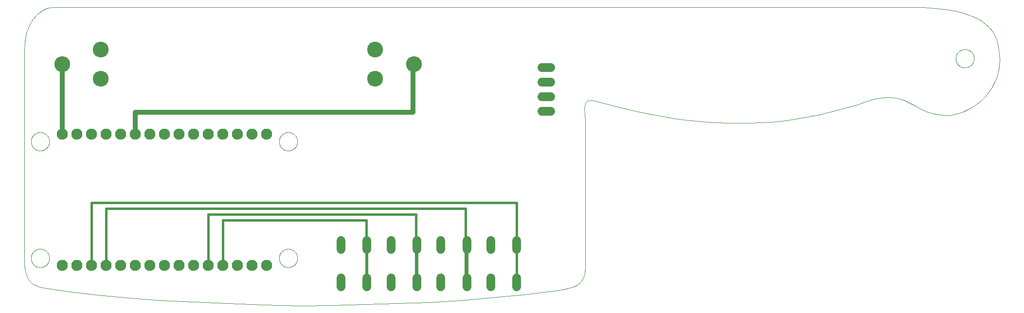
<source format=gtl>
G75*
%MOIN*%
%OFA0B0*%
%FSLAX25Y25*%
%IPPOS*%
%LPD*%
%AMOC8*
5,1,8,0,0,1.08239X$1,22.5*
%
%ADD10C,0.00004*%
%ADD11C,0.00000*%
%ADD12C,0.06000*%
%ADD13C,0.07600*%
%ADD14C,0.10800*%
%ADD15C,0.01600*%
%ADD16C,0.03200*%
D10*
X0011846Y0013466D02*
X0031543Y0010503D01*
X0051860Y0008103D01*
X0072852Y0006185D01*
X0094574Y0004668D01*
X0117080Y0003472D01*
X0140427Y0002516D01*
X0164669Y0001720D01*
X0189861Y0001002D01*
X0212030Y0001298D01*
X0234150Y0001754D01*
X0256205Y0002429D01*
X0278174Y0003386D01*
X0300040Y0004685D01*
X0321784Y0006388D01*
X0343387Y0008557D01*
X0364832Y0011252D01*
X0369506Y0011971D01*
X0373614Y0012818D01*
X0377136Y0013906D01*
X0380047Y0015348D01*
X0382328Y0017258D01*
X0383954Y0019747D01*
X0384906Y0022929D01*
X0385159Y0026918D01*
X0385159Y0129287D01*
X0385099Y0130998D01*
X0384904Y0133242D01*
X0384785Y0135721D01*
X0384951Y0138135D01*
X0385610Y0140186D01*
X0386973Y0141574D01*
X0389248Y0141999D01*
X0392646Y0141164D01*
X0407677Y0137147D01*
X0422037Y0133806D01*
X0435760Y0131108D01*
X0448881Y0129019D01*
X0461435Y0127503D01*
X0473457Y0126528D01*
X0484982Y0126058D01*
X0496044Y0126060D01*
X0506679Y0126499D01*
X0516922Y0127341D01*
X0526807Y0128553D01*
X0536369Y0130098D01*
X0545643Y0131945D01*
X0554664Y0134058D01*
X0563466Y0136403D01*
X0572086Y0138946D01*
X0578498Y0141219D01*
X0584108Y0142735D01*
X0589012Y0143578D01*
X0593307Y0143832D01*
X0597089Y0143583D01*
X0600454Y0142913D01*
X0603500Y0141908D01*
X0606321Y0140653D01*
X0609014Y0139231D01*
X0611676Y0137727D01*
X0614403Y0136226D01*
X0617292Y0134811D01*
X0620438Y0133568D01*
X0623938Y0132580D01*
X0627889Y0131933D01*
X0632386Y0131710D01*
X0635234Y0131704D01*
X0638219Y0132085D01*
X0641296Y0132840D01*
X0644419Y0133952D01*
X0647544Y0135405D01*
X0650626Y0137185D01*
X0653619Y0139275D01*
X0656479Y0141660D01*
X0659161Y0144324D01*
X0661619Y0147253D01*
X0663809Y0150429D01*
X0665686Y0153838D01*
X0667205Y0157464D01*
X0668320Y0161292D01*
X0668987Y0165305D01*
X0669161Y0169489D01*
X0669067Y0173106D01*
X0668728Y0176600D01*
X0668105Y0179958D01*
X0667162Y0183168D01*
X0665859Y0186215D01*
X0664158Y0189089D01*
X0662022Y0191775D01*
X0659413Y0194260D01*
X0656292Y0196533D01*
X0652622Y0198579D01*
X0648364Y0200387D01*
X0643481Y0201944D01*
X0637934Y0203235D01*
X0631685Y0204249D01*
X0624696Y0204973D01*
X0616930Y0205394D01*
X0019959Y0205394D01*
X0016433Y0204726D01*
X0012975Y0203099D01*
X0009716Y0200551D01*
X0006788Y0197124D01*
X0004321Y0192857D01*
X0002447Y0187790D01*
X0001297Y0181964D01*
X0001002Y0175419D01*
X0001002Y0029028D01*
X0001191Y0026999D01*
X0001546Y0024824D01*
X0002150Y0022588D01*
X0003087Y0020375D01*
X0004441Y0018271D01*
X0006297Y0016361D01*
X0008737Y0014731D01*
X0011846Y0013466D01*
D11*
X0005518Y0033510D02*
X0005520Y0033668D01*
X0005526Y0033826D01*
X0005536Y0033984D01*
X0005550Y0034142D01*
X0005568Y0034299D01*
X0005589Y0034456D01*
X0005615Y0034612D01*
X0005645Y0034768D01*
X0005678Y0034923D01*
X0005716Y0035076D01*
X0005757Y0035229D01*
X0005802Y0035381D01*
X0005851Y0035532D01*
X0005904Y0035681D01*
X0005960Y0035829D01*
X0006020Y0035975D01*
X0006084Y0036120D01*
X0006152Y0036263D01*
X0006223Y0036405D01*
X0006297Y0036545D01*
X0006375Y0036682D01*
X0006457Y0036818D01*
X0006541Y0036952D01*
X0006630Y0037083D01*
X0006721Y0037212D01*
X0006816Y0037339D01*
X0006913Y0037464D01*
X0007014Y0037586D01*
X0007118Y0037705D01*
X0007225Y0037822D01*
X0007335Y0037936D01*
X0007448Y0038047D01*
X0007563Y0038156D01*
X0007681Y0038261D01*
X0007802Y0038363D01*
X0007925Y0038463D01*
X0008051Y0038559D01*
X0008179Y0038652D01*
X0008309Y0038742D01*
X0008442Y0038828D01*
X0008577Y0038912D01*
X0008713Y0038991D01*
X0008852Y0039068D01*
X0008993Y0039140D01*
X0009135Y0039210D01*
X0009279Y0039275D01*
X0009425Y0039337D01*
X0009572Y0039395D01*
X0009721Y0039450D01*
X0009871Y0039501D01*
X0010022Y0039548D01*
X0010174Y0039591D01*
X0010327Y0039630D01*
X0010482Y0039666D01*
X0010637Y0039697D01*
X0010793Y0039725D01*
X0010949Y0039749D01*
X0011106Y0039769D01*
X0011264Y0039785D01*
X0011421Y0039797D01*
X0011580Y0039805D01*
X0011738Y0039809D01*
X0011896Y0039809D01*
X0012054Y0039805D01*
X0012213Y0039797D01*
X0012370Y0039785D01*
X0012528Y0039769D01*
X0012685Y0039749D01*
X0012841Y0039725D01*
X0012997Y0039697D01*
X0013152Y0039666D01*
X0013307Y0039630D01*
X0013460Y0039591D01*
X0013612Y0039548D01*
X0013763Y0039501D01*
X0013913Y0039450D01*
X0014062Y0039395D01*
X0014209Y0039337D01*
X0014355Y0039275D01*
X0014499Y0039210D01*
X0014641Y0039140D01*
X0014782Y0039068D01*
X0014921Y0038991D01*
X0015057Y0038912D01*
X0015192Y0038828D01*
X0015325Y0038742D01*
X0015455Y0038652D01*
X0015583Y0038559D01*
X0015709Y0038463D01*
X0015832Y0038363D01*
X0015953Y0038261D01*
X0016071Y0038156D01*
X0016186Y0038047D01*
X0016299Y0037936D01*
X0016409Y0037822D01*
X0016516Y0037705D01*
X0016620Y0037586D01*
X0016721Y0037464D01*
X0016818Y0037339D01*
X0016913Y0037212D01*
X0017004Y0037083D01*
X0017093Y0036952D01*
X0017177Y0036818D01*
X0017259Y0036682D01*
X0017337Y0036545D01*
X0017411Y0036405D01*
X0017482Y0036263D01*
X0017550Y0036120D01*
X0017614Y0035975D01*
X0017674Y0035829D01*
X0017730Y0035681D01*
X0017783Y0035532D01*
X0017832Y0035381D01*
X0017877Y0035229D01*
X0017918Y0035076D01*
X0017956Y0034923D01*
X0017989Y0034768D01*
X0018019Y0034612D01*
X0018045Y0034456D01*
X0018066Y0034299D01*
X0018084Y0034142D01*
X0018098Y0033984D01*
X0018108Y0033826D01*
X0018114Y0033668D01*
X0018116Y0033510D01*
X0018114Y0033352D01*
X0018108Y0033194D01*
X0018098Y0033036D01*
X0018084Y0032878D01*
X0018066Y0032721D01*
X0018045Y0032564D01*
X0018019Y0032408D01*
X0017989Y0032252D01*
X0017956Y0032097D01*
X0017918Y0031944D01*
X0017877Y0031791D01*
X0017832Y0031639D01*
X0017783Y0031488D01*
X0017730Y0031339D01*
X0017674Y0031191D01*
X0017614Y0031045D01*
X0017550Y0030900D01*
X0017482Y0030757D01*
X0017411Y0030615D01*
X0017337Y0030475D01*
X0017259Y0030338D01*
X0017177Y0030202D01*
X0017093Y0030068D01*
X0017004Y0029937D01*
X0016913Y0029808D01*
X0016818Y0029681D01*
X0016721Y0029556D01*
X0016620Y0029434D01*
X0016516Y0029315D01*
X0016409Y0029198D01*
X0016299Y0029084D01*
X0016186Y0028973D01*
X0016071Y0028864D01*
X0015953Y0028759D01*
X0015832Y0028657D01*
X0015709Y0028557D01*
X0015583Y0028461D01*
X0015455Y0028368D01*
X0015325Y0028278D01*
X0015192Y0028192D01*
X0015057Y0028108D01*
X0014921Y0028029D01*
X0014782Y0027952D01*
X0014641Y0027880D01*
X0014499Y0027810D01*
X0014355Y0027745D01*
X0014209Y0027683D01*
X0014062Y0027625D01*
X0013913Y0027570D01*
X0013763Y0027519D01*
X0013612Y0027472D01*
X0013460Y0027429D01*
X0013307Y0027390D01*
X0013152Y0027354D01*
X0012997Y0027323D01*
X0012841Y0027295D01*
X0012685Y0027271D01*
X0012528Y0027251D01*
X0012370Y0027235D01*
X0012213Y0027223D01*
X0012054Y0027215D01*
X0011896Y0027211D01*
X0011738Y0027211D01*
X0011580Y0027215D01*
X0011421Y0027223D01*
X0011264Y0027235D01*
X0011106Y0027251D01*
X0010949Y0027271D01*
X0010793Y0027295D01*
X0010637Y0027323D01*
X0010482Y0027354D01*
X0010327Y0027390D01*
X0010174Y0027429D01*
X0010022Y0027472D01*
X0009871Y0027519D01*
X0009721Y0027570D01*
X0009572Y0027625D01*
X0009425Y0027683D01*
X0009279Y0027745D01*
X0009135Y0027810D01*
X0008993Y0027880D01*
X0008852Y0027952D01*
X0008713Y0028029D01*
X0008577Y0028108D01*
X0008442Y0028192D01*
X0008309Y0028278D01*
X0008179Y0028368D01*
X0008051Y0028461D01*
X0007925Y0028557D01*
X0007802Y0028657D01*
X0007681Y0028759D01*
X0007563Y0028864D01*
X0007448Y0028973D01*
X0007335Y0029084D01*
X0007225Y0029198D01*
X0007118Y0029315D01*
X0007014Y0029434D01*
X0006913Y0029556D01*
X0006816Y0029681D01*
X0006721Y0029808D01*
X0006630Y0029937D01*
X0006541Y0030068D01*
X0006457Y0030202D01*
X0006375Y0030338D01*
X0006297Y0030475D01*
X0006223Y0030615D01*
X0006152Y0030757D01*
X0006084Y0030900D01*
X0006020Y0031045D01*
X0005960Y0031191D01*
X0005904Y0031339D01*
X0005851Y0031488D01*
X0005802Y0031639D01*
X0005757Y0031791D01*
X0005716Y0031944D01*
X0005678Y0032097D01*
X0005645Y0032252D01*
X0005615Y0032408D01*
X0005589Y0032564D01*
X0005568Y0032721D01*
X0005550Y0032878D01*
X0005536Y0033036D01*
X0005526Y0033194D01*
X0005520Y0033352D01*
X0005518Y0033510D01*
X0175518Y0033510D02*
X0175520Y0033668D01*
X0175526Y0033826D01*
X0175536Y0033984D01*
X0175550Y0034142D01*
X0175568Y0034299D01*
X0175589Y0034456D01*
X0175615Y0034612D01*
X0175645Y0034768D01*
X0175678Y0034923D01*
X0175716Y0035076D01*
X0175757Y0035229D01*
X0175802Y0035381D01*
X0175851Y0035532D01*
X0175904Y0035681D01*
X0175960Y0035829D01*
X0176020Y0035975D01*
X0176084Y0036120D01*
X0176152Y0036263D01*
X0176223Y0036405D01*
X0176297Y0036545D01*
X0176375Y0036682D01*
X0176457Y0036818D01*
X0176541Y0036952D01*
X0176630Y0037083D01*
X0176721Y0037212D01*
X0176816Y0037339D01*
X0176913Y0037464D01*
X0177014Y0037586D01*
X0177118Y0037705D01*
X0177225Y0037822D01*
X0177335Y0037936D01*
X0177448Y0038047D01*
X0177563Y0038156D01*
X0177681Y0038261D01*
X0177802Y0038363D01*
X0177925Y0038463D01*
X0178051Y0038559D01*
X0178179Y0038652D01*
X0178309Y0038742D01*
X0178442Y0038828D01*
X0178577Y0038912D01*
X0178713Y0038991D01*
X0178852Y0039068D01*
X0178993Y0039140D01*
X0179135Y0039210D01*
X0179279Y0039275D01*
X0179425Y0039337D01*
X0179572Y0039395D01*
X0179721Y0039450D01*
X0179871Y0039501D01*
X0180022Y0039548D01*
X0180174Y0039591D01*
X0180327Y0039630D01*
X0180482Y0039666D01*
X0180637Y0039697D01*
X0180793Y0039725D01*
X0180949Y0039749D01*
X0181106Y0039769D01*
X0181264Y0039785D01*
X0181421Y0039797D01*
X0181580Y0039805D01*
X0181738Y0039809D01*
X0181896Y0039809D01*
X0182054Y0039805D01*
X0182213Y0039797D01*
X0182370Y0039785D01*
X0182528Y0039769D01*
X0182685Y0039749D01*
X0182841Y0039725D01*
X0182997Y0039697D01*
X0183152Y0039666D01*
X0183307Y0039630D01*
X0183460Y0039591D01*
X0183612Y0039548D01*
X0183763Y0039501D01*
X0183913Y0039450D01*
X0184062Y0039395D01*
X0184209Y0039337D01*
X0184355Y0039275D01*
X0184499Y0039210D01*
X0184641Y0039140D01*
X0184782Y0039068D01*
X0184921Y0038991D01*
X0185057Y0038912D01*
X0185192Y0038828D01*
X0185325Y0038742D01*
X0185455Y0038652D01*
X0185583Y0038559D01*
X0185709Y0038463D01*
X0185832Y0038363D01*
X0185953Y0038261D01*
X0186071Y0038156D01*
X0186186Y0038047D01*
X0186299Y0037936D01*
X0186409Y0037822D01*
X0186516Y0037705D01*
X0186620Y0037586D01*
X0186721Y0037464D01*
X0186818Y0037339D01*
X0186913Y0037212D01*
X0187004Y0037083D01*
X0187093Y0036952D01*
X0187177Y0036818D01*
X0187259Y0036682D01*
X0187337Y0036545D01*
X0187411Y0036405D01*
X0187482Y0036263D01*
X0187550Y0036120D01*
X0187614Y0035975D01*
X0187674Y0035829D01*
X0187730Y0035681D01*
X0187783Y0035532D01*
X0187832Y0035381D01*
X0187877Y0035229D01*
X0187918Y0035076D01*
X0187956Y0034923D01*
X0187989Y0034768D01*
X0188019Y0034612D01*
X0188045Y0034456D01*
X0188066Y0034299D01*
X0188084Y0034142D01*
X0188098Y0033984D01*
X0188108Y0033826D01*
X0188114Y0033668D01*
X0188116Y0033510D01*
X0188114Y0033352D01*
X0188108Y0033194D01*
X0188098Y0033036D01*
X0188084Y0032878D01*
X0188066Y0032721D01*
X0188045Y0032564D01*
X0188019Y0032408D01*
X0187989Y0032252D01*
X0187956Y0032097D01*
X0187918Y0031944D01*
X0187877Y0031791D01*
X0187832Y0031639D01*
X0187783Y0031488D01*
X0187730Y0031339D01*
X0187674Y0031191D01*
X0187614Y0031045D01*
X0187550Y0030900D01*
X0187482Y0030757D01*
X0187411Y0030615D01*
X0187337Y0030475D01*
X0187259Y0030338D01*
X0187177Y0030202D01*
X0187093Y0030068D01*
X0187004Y0029937D01*
X0186913Y0029808D01*
X0186818Y0029681D01*
X0186721Y0029556D01*
X0186620Y0029434D01*
X0186516Y0029315D01*
X0186409Y0029198D01*
X0186299Y0029084D01*
X0186186Y0028973D01*
X0186071Y0028864D01*
X0185953Y0028759D01*
X0185832Y0028657D01*
X0185709Y0028557D01*
X0185583Y0028461D01*
X0185455Y0028368D01*
X0185325Y0028278D01*
X0185192Y0028192D01*
X0185057Y0028108D01*
X0184921Y0028029D01*
X0184782Y0027952D01*
X0184641Y0027880D01*
X0184499Y0027810D01*
X0184355Y0027745D01*
X0184209Y0027683D01*
X0184062Y0027625D01*
X0183913Y0027570D01*
X0183763Y0027519D01*
X0183612Y0027472D01*
X0183460Y0027429D01*
X0183307Y0027390D01*
X0183152Y0027354D01*
X0182997Y0027323D01*
X0182841Y0027295D01*
X0182685Y0027271D01*
X0182528Y0027251D01*
X0182370Y0027235D01*
X0182213Y0027223D01*
X0182054Y0027215D01*
X0181896Y0027211D01*
X0181738Y0027211D01*
X0181580Y0027215D01*
X0181421Y0027223D01*
X0181264Y0027235D01*
X0181106Y0027251D01*
X0180949Y0027271D01*
X0180793Y0027295D01*
X0180637Y0027323D01*
X0180482Y0027354D01*
X0180327Y0027390D01*
X0180174Y0027429D01*
X0180022Y0027472D01*
X0179871Y0027519D01*
X0179721Y0027570D01*
X0179572Y0027625D01*
X0179425Y0027683D01*
X0179279Y0027745D01*
X0179135Y0027810D01*
X0178993Y0027880D01*
X0178852Y0027952D01*
X0178713Y0028029D01*
X0178577Y0028108D01*
X0178442Y0028192D01*
X0178309Y0028278D01*
X0178179Y0028368D01*
X0178051Y0028461D01*
X0177925Y0028557D01*
X0177802Y0028657D01*
X0177681Y0028759D01*
X0177563Y0028864D01*
X0177448Y0028973D01*
X0177335Y0029084D01*
X0177225Y0029198D01*
X0177118Y0029315D01*
X0177014Y0029434D01*
X0176913Y0029556D01*
X0176816Y0029681D01*
X0176721Y0029808D01*
X0176630Y0029937D01*
X0176541Y0030068D01*
X0176457Y0030202D01*
X0176375Y0030338D01*
X0176297Y0030475D01*
X0176223Y0030615D01*
X0176152Y0030757D01*
X0176084Y0030900D01*
X0176020Y0031045D01*
X0175960Y0031191D01*
X0175904Y0031339D01*
X0175851Y0031488D01*
X0175802Y0031639D01*
X0175757Y0031791D01*
X0175716Y0031944D01*
X0175678Y0032097D01*
X0175645Y0032252D01*
X0175615Y0032408D01*
X0175589Y0032564D01*
X0175568Y0032721D01*
X0175550Y0032878D01*
X0175536Y0033036D01*
X0175526Y0033194D01*
X0175520Y0033352D01*
X0175518Y0033510D01*
X0175518Y0113510D02*
X0175520Y0113668D01*
X0175526Y0113826D01*
X0175536Y0113984D01*
X0175550Y0114142D01*
X0175568Y0114299D01*
X0175589Y0114456D01*
X0175615Y0114612D01*
X0175645Y0114768D01*
X0175678Y0114923D01*
X0175716Y0115076D01*
X0175757Y0115229D01*
X0175802Y0115381D01*
X0175851Y0115532D01*
X0175904Y0115681D01*
X0175960Y0115829D01*
X0176020Y0115975D01*
X0176084Y0116120D01*
X0176152Y0116263D01*
X0176223Y0116405D01*
X0176297Y0116545D01*
X0176375Y0116682D01*
X0176457Y0116818D01*
X0176541Y0116952D01*
X0176630Y0117083D01*
X0176721Y0117212D01*
X0176816Y0117339D01*
X0176913Y0117464D01*
X0177014Y0117586D01*
X0177118Y0117705D01*
X0177225Y0117822D01*
X0177335Y0117936D01*
X0177448Y0118047D01*
X0177563Y0118156D01*
X0177681Y0118261D01*
X0177802Y0118363D01*
X0177925Y0118463D01*
X0178051Y0118559D01*
X0178179Y0118652D01*
X0178309Y0118742D01*
X0178442Y0118828D01*
X0178577Y0118912D01*
X0178713Y0118991D01*
X0178852Y0119068D01*
X0178993Y0119140D01*
X0179135Y0119210D01*
X0179279Y0119275D01*
X0179425Y0119337D01*
X0179572Y0119395D01*
X0179721Y0119450D01*
X0179871Y0119501D01*
X0180022Y0119548D01*
X0180174Y0119591D01*
X0180327Y0119630D01*
X0180482Y0119666D01*
X0180637Y0119697D01*
X0180793Y0119725D01*
X0180949Y0119749D01*
X0181106Y0119769D01*
X0181264Y0119785D01*
X0181421Y0119797D01*
X0181580Y0119805D01*
X0181738Y0119809D01*
X0181896Y0119809D01*
X0182054Y0119805D01*
X0182213Y0119797D01*
X0182370Y0119785D01*
X0182528Y0119769D01*
X0182685Y0119749D01*
X0182841Y0119725D01*
X0182997Y0119697D01*
X0183152Y0119666D01*
X0183307Y0119630D01*
X0183460Y0119591D01*
X0183612Y0119548D01*
X0183763Y0119501D01*
X0183913Y0119450D01*
X0184062Y0119395D01*
X0184209Y0119337D01*
X0184355Y0119275D01*
X0184499Y0119210D01*
X0184641Y0119140D01*
X0184782Y0119068D01*
X0184921Y0118991D01*
X0185057Y0118912D01*
X0185192Y0118828D01*
X0185325Y0118742D01*
X0185455Y0118652D01*
X0185583Y0118559D01*
X0185709Y0118463D01*
X0185832Y0118363D01*
X0185953Y0118261D01*
X0186071Y0118156D01*
X0186186Y0118047D01*
X0186299Y0117936D01*
X0186409Y0117822D01*
X0186516Y0117705D01*
X0186620Y0117586D01*
X0186721Y0117464D01*
X0186818Y0117339D01*
X0186913Y0117212D01*
X0187004Y0117083D01*
X0187093Y0116952D01*
X0187177Y0116818D01*
X0187259Y0116682D01*
X0187337Y0116545D01*
X0187411Y0116405D01*
X0187482Y0116263D01*
X0187550Y0116120D01*
X0187614Y0115975D01*
X0187674Y0115829D01*
X0187730Y0115681D01*
X0187783Y0115532D01*
X0187832Y0115381D01*
X0187877Y0115229D01*
X0187918Y0115076D01*
X0187956Y0114923D01*
X0187989Y0114768D01*
X0188019Y0114612D01*
X0188045Y0114456D01*
X0188066Y0114299D01*
X0188084Y0114142D01*
X0188098Y0113984D01*
X0188108Y0113826D01*
X0188114Y0113668D01*
X0188116Y0113510D01*
X0188114Y0113352D01*
X0188108Y0113194D01*
X0188098Y0113036D01*
X0188084Y0112878D01*
X0188066Y0112721D01*
X0188045Y0112564D01*
X0188019Y0112408D01*
X0187989Y0112252D01*
X0187956Y0112097D01*
X0187918Y0111944D01*
X0187877Y0111791D01*
X0187832Y0111639D01*
X0187783Y0111488D01*
X0187730Y0111339D01*
X0187674Y0111191D01*
X0187614Y0111045D01*
X0187550Y0110900D01*
X0187482Y0110757D01*
X0187411Y0110615D01*
X0187337Y0110475D01*
X0187259Y0110338D01*
X0187177Y0110202D01*
X0187093Y0110068D01*
X0187004Y0109937D01*
X0186913Y0109808D01*
X0186818Y0109681D01*
X0186721Y0109556D01*
X0186620Y0109434D01*
X0186516Y0109315D01*
X0186409Y0109198D01*
X0186299Y0109084D01*
X0186186Y0108973D01*
X0186071Y0108864D01*
X0185953Y0108759D01*
X0185832Y0108657D01*
X0185709Y0108557D01*
X0185583Y0108461D01*
X0185455Y0108368D01*
X0185325Y0108278D01*
X0185192Y0108192D01*
X0185057Y0108108D01*
X0184921Y0108029D01*
X0184782Y0107952D01*
X0184641Y0107880D01*
X0184499Y0107810D01*
X0184355Y0107745D01*
X0184209Y0107683D01*
X0184062Y0107625D01*
X0183913Y0107570D01*
X0183763Y0107519D01*
X0183612Y0107472D01*
X0183460Y0107429D01*
X0183307Y0107390D01*
X0183152Y0107354D01*
X0182997Y0107323D01*
X0182841Y0107295D01*
X0182685Y0107271D01*
X0182528Y0107251D01*
X0182370Y0107235D01*
X0182213Y0107223D01*
X0182054Y0107215D01*
X0181896Y0107211D01*
X0181738Y0107211D01*
X0181580Y0107215D01*
X0181421Y0107223D01*
X0181264Y0107235D01*
X0181106Y0107251D01*
X0180949Y0107271D01*
X0180793Y0107295D01*
X0180637Y0107323D01*
X0180482Y0107354D01*
X0180327Y0107390D01*
X0180174Y0107429D01*
X0180022Y0107472D01*
X0179871Y0107519D01*
X0179721Y0107570D01*
X0179572Y0107625D01*
X0179425Y0107683D01*
X0179279Y0107745D01*
X0179135Y0107810D01*
X0178993Y0107880D01*
X0178852Y0107952D01*
X0178713Y0108029D01*
X0178577Y0108108D01*
X0178442Y0108192D01*
X0178309Y0108278D01*
X0178179Y0108368D01*
X0178051Y0108461D01*
X0177925Y0108557D01*
X0177802Y0108657D01*
X0177681Y0108759D01*
X0177563Y0108864D01*
X0177448Y0108973D01*
X0177335Y0109084D01*
X0177225Y0109198D01*
X0177118Y0109315D01*
X0177014Y0109434D01*
X0176913Y0109556D01*
X0176816Y0109681D01*
X0176721Y0109808D01*
X0176630Y0109937D01*
X0176541Y0110068D01*
X0176457Y0110202D01*
X0176375Y0110338D01*
X0176297Y0110475D01*
X0176223Y0110615D01*
X0176152Y0110757D01*
X0176084Y0110900D01*
X0176020Y0111045D01*
X0175960Y0111191D01*
X0175904Y0111339D01*
X0175851Y0111488D01*
X0175802Y0111639D01*
X0175757Y0111791D01*
X0175716Y0111944D01*
X0175678Y0112097D01*
X0175645Y0112252D01*
X0175615Y0112408D01*
X0175589Y0112564D01*
X0175568Y0112721D01*
X0175550Y0112878D01*
X0175536Y0113036D01*
X0175526Y0113194D01*
X0175520Y0113352D01*
X0175518Y0113510D01*
X0005518Y0113510D02*
X0005520Y0113668D01*
X0005526Y0113826D01*
X0005536Y0113984D01*
X0005550Y0114142D01*
X0005568Y0114299D01*
X0005589Y0114456D01*
X0005615Y0114612D01*
X0005645Y0114768D01*
X0005678Y0114923D01*
X0005716Y0115076D01*
X0005757Y0115229D01*
X0005802Y0115381D01*
X0005851Y0115532D01*
X0005904Y0115681D01*
X0005960Y0115829D01*
X0006020Y0115975D01*
X0006084Y0116120D01*
X0006152Y0116263D01*
X0006223Y0116405D01*
X0006297Y0116545D01*
X0006375Y0116682D01*
X0006457Y0116818D01*
X0006541Y0116952D01*
X0006630Y0117083D01*
X0006721Y0117212D01*
X0006816Y0117339D01*
X0006913Y0117464D01*
X0007014Y0117586D01*
X0007118Y0117705D01*
X0007225Y0117822D01*
X0007335Y0117936D01*
X0007448Y0118047D01*
X0007563Y0118156D01*
X0007681Y0118261D01*
X0007802Y0118363D01*
X0007925Y0118463D01*
X0008051Y0118559D01*
X0008179Y0118652D01*
X0008309Y0118742D01*
X0008442Y0118828D01*
X0008577Y0118912D01*
X0008713Y0118991D01*
X0008852Y0119068D01*
X0008993Y0119140D01*
X0009135Y0119210D01*
X0009279Y0119275D01*
X0009425Y0119337D01*
X0009572Y0119395D01*
X0009721Y0119450D01*
X0009871Y0119501D01*
X0010022Y0119548D01*
X0010174Y0119591D01*
X0010327Y0119630D01*
X0010482Y0119666D01*
X0010637Y0119697D01*
X0010793Y0119725D01*
X0010949Y0119749D01*
X0011106Y0119769D01*
X0011264Y0119785D01*
X0011421Y0119797D01*
X0011580Y0119805D01*
X0011738Y0119809D01*
X0011896Y0119809D01*
X0012054Y0119805D01*
X0012213Y0119797D01*
X0012370Y0119785D01*
X0012528Y0119769D01*
X0012685Y0119749D01*
X0012841Y0119725D01*
X0012997Y0119697D01*
X0013152Y0119666D01*
X0013307Y0119630D01*
X0013460Y0119591D01*
X0013612Y0119548D01*
X0013763Y0119501D01*
X0013913Y0119450D01*
X0014062Y0119395D01*
X0014209Y0119337D01*
X0014355Y0119275D01*
X0014499Y0119210D01*
X0014641Y0119140D01*
X0014782Y0119068D01*
X0014921Y0118991D01*
X0015057Y0118912D01*
X0015192Y0118828D01*
X0015325Y0118742D01*
X0015455Y0118652D01*
X0015583Y0118559D01*
X0015709Y0118463D01*
X0015832Y0118363D01*
X0015953Y0118261D01*
X0016071Y0118156D01*
X0016186Y0118047D01*
X0016299Y0117936D01*
X0016409Y0117822D01*
X0016516Y0117705D01*
X0016620Y0117586D01*
X0016721Y0117464D01*
X0016818Y0117339D01*
X0016913Y0117212D01*
X0017004Y0117083D01*
X0017093Y0116952D01*
X0017177Y0116818D01*
X0017259Y0116682D01*
X0017337Y0116545D01*
X0017411Y0116405D01*
X0017482Y0116263D01*
X0017550Y0116120D01*
X0017614Y0115975D01*
X0017674Y0115829D01*
X0017730Y0115681D01*
X0017783Y0115532D01*
X0017832Y0115381D01*
X0017877Y0115229D01*
X0017918Y0115076D01*
X0017956Y0114923D01*
X0017989Y0114768D01*
X0018019Y0114612D01*
X0018045Y0114456D01*
X0018066Y0114299D01*
X0018084Y0114142D01*
X0018098Y0113984D01*
X0018108Y0113826D01*
X0018114Y0113668D01*
X0018116Y0113510D01*
X0018114Y0113352D01*
X0018108Y0113194D01*
X0018098Y0113036D01*
X0018084Y0112878D01*
X0018066Y0112721D01*
X0018045Y0112564D01*
X0018019Y0112408D01*
X0017989Y0112252D01*
X0017956Y0112097D01*
X0017918Y0111944D01*
X0017877Y0111791D01*
X0017832Y0111639D01*
X0017783Y0111488D01*
X0017730Y0111339D01*
X0017674Y0111191D01*
X0017614Y0111045D01*
X0017550Y0110900D01*
X0017482Y0110757D01*
X0017411Y0110615D01*
X0017337Y0110475D01*
X0017259Y0110338D01*
X0017177Y0110202D01*
X0017093Y0110068D01*
X0017004Y0109937D01*
X0016913Y0109808D01*
X0016818Y0109681D01*
X0016721Y0109556D01*
X0016620Y0109434D01*
X0016516Y0109315D01*
X0016409Y0109198D01*
X0016299Y0109084D01*
X0016186Y0108973D01*
X0016071Y0108864D01*
X0015953Y0108759D01*
X0015832Y0108657D01*
X0015709Y0108557D01*
X0015583Y0108461D01*
X0015455Y0108368D01*
X0015325Y0108278D01*
X0015192Y0108192D01*
X0015057Y0108108D01*
X0014921Y0108029D01*
X0014782Y0107952D01*
X0014641Y0107880D01*
X0014499Y0107810D01*
X0014355Y0107745D01*
X0014209Y0107683D01*
X0014062Y0107625D01*
X0013913Y0107570D01*
X0013763Y0107519D01*
X0013612Y0107472D01*
X0013460Y0107429D01*
X0013307Y0107390D01*
X0013152Y0107354D01*
X0012997Y0107323D01*
X0012841Y0107295D01*
X0012685Y0107271D01*
X0012528Y0107251D01*
X0012370Y0107235D01*
X0012213Y0107223D01*
X0012054Y0107215D01*
X0011896Y0107211D01*
X0011738Y0107211D01*
X0011580Y0107215D01*
X0011421Y0107223D01*
X0011264Y0107235D01*
X0011106Y0107251D01*
X0010949Y0107271D01*
X0010793Y0107295D01*
X0010637Y0107323D01*
X0010482Y0107354D01*
X0010327Y0107390D01*
X0010174Y0107429D01*
X0010022Y0107472D01*
X0009871Y0107519D01*
X0009721Y0107570D01*
X0009572Y0107625D01*
X0009425Y0107683D01*
X0009279Y0107745D01*
X0009135Y0107810D01*
X0008993Y0107880D01*
X0008852Y0107952D01*
X0008713Y0108029D01*
X0008577Y0108108D01*
X0008442Y0108192D01*
X0008309Y0108278D01*
X0008179Y0108368D01*
X0008051Y0108461D01*
X0007925Y0108557D01*
X0007802Y0108657D01*
X0007681Y0108759D01*
X0007563Y0108864D01*
X0007448Y0108973D01*
X0007335Y0109084D01*
X0007225Y0109198D01*
X0007118Y0109315D01*
X0007014Y0109434D01*
X0006913Y0109556D01*
X0006816Y0109681D01*
X0006721Y0109808D01*
X0006630Y0109937D01*
X0006541Y0110068D01*
X0006457Y0110202D01*
X0006375Y0110338D01*
X0006297Y0110475D01*
X0006223Y0110615D01*
X0006152Y0110757D01*
X0006084Y0110900D01*
X0006020Y0111045D01*
X0005960Y0111191D01*
X0005904Y0111339D01*
X0005851Y0111488D01*
X0005802Y0111639D01*
X0005757Y0111791D01*
X0005716Y0111944D01*
X0005678Y0112097D01*
X0005645Y0112252D01*
X0005615Y0112408D01*
X0005589Y0112564D01*
X0005568Y0112721D01*
X0005550Y0112878D01*
X0005536Y0113036D01*
X0005526Y0113194D01*
X0005520Y0113352D01*
X0005518Y0113510D01*
X0639132Y0170447D02*
X0639134Y0170605D01*
X0639140Y0170763D01*
X0639150Y0170921D01*
X0639164Y0171079D01*
X0639182Y0171236D01*
X0639203Y0171393D01*
X0639229Y0171549D01*
X0639259Y0171705D01*
X0639292Y0171860D01*
X0639330Y0172013D01*
X0639371Y0172166D01*
X0639416Y0172318D01*
X0639465Y0172469D01*
X0639518Y0172618D01*
X0639574Y0172766D01*
X0639634Y0172912D01*
X0639698Y0173057D01*
X0639766Y0173200D01*
X0639837Y0173342D01*
X0639911Y0173482D01*
X0639989Y0173619D01*
X0640071Y0173755D01*
X0640155Y0173889D01*
X0640244Y0174020D01*
X0640335Y0174149D01*
X0640430Y0174276D01*
X0640527Y0174401D01*
X0640628Y0174523D01*
X0640732Y0174642D01*
X0640839Y0174759D01*
X0640949Y0174873D01*
X0641062Y0174984D01*
X0641177Y0175093D01*
X0641295Y0175198D01*
X0641416Y0175300D01*
X0641539Y0175400D01*
X0641665Y0175496D01*
X0641793Y0175589D01*
X0641923Y0175679D01*
X0642056Y0175765D01*
X0642191Y0175849D01*
X0642327Y0175928D01*
X0642466Y0176005D01*
X0642607Y0176077D01*
X0642749Y0176147D01*
X0642893Y0176212D01*
X0643039Y0176274D01*
X0643186Y0176332D01*
X0643335Y0176387D01*
X0643485Y0176438D01*
X0643636Y0176485D01*
X0643788Y0176528D01*
X0643941Y0176567D01*
X0644096Y0176603D01*
X0644251Y0176634D01*
X0644407Y0176662D01*
X0644563Y0176686D01*
X0644720Y0176706D01*
X0644878Y0176722D01*
X0645035Y0176734D01*
X0645194Y0176742D01*
X0645352Y0176746D01*
X0645510Y0176746D01*
X0645668Y0176742D01*
X0645827Y0176734D01*
X0645984Y0176722D01*
X0646142Y0176706D01*
X0646299Y0176686D01*
X0646455Y0176662D01*
X0646611Y0176634D01*
X0646766Y0176603D01*
X0646921Y0176567D01*
X0647074Y0176528D01*
X0647226Y0176485D01*
X0647377Y0176438D01*
X0647527Y0176387D01*
X0647676Y0176332D01*
X0647823Y0176274D01*
X0647969Y0176212D01*
X0648113Y0176147D01*
X0648255Y0176077D01*
X0648396Y0176005D01*
X0648535Y0175928D01*
X0648671Y0175849D01*
X0648806Y0175765D01*
X0648939Y0175679D01*
X0649069Y0175589D01*
X0649197Y0175496D01*
X0649323Y0175400D01*
X0649446Y0175300D01*
X0649567Y0175198D01*
X0649685Y0175093D01*
X0649800Y0174984D01*
X0649913Y0174873D01*
X0650023Y0174759D01*
X0650130Y0174642D01*
X0650234Y0174523D01*
X0650335Y0174401D01*
X0650432Y0174276D01*
X0650527Y0174149D01*
X0650618Y0174020D01*
X0650707Y0173889D01*
X0650791Y0173755D01*
X0650873Y0173619D01*
X0650951Y0173482D01*
X0651025Y0173342D01*
X0651096Y0173200D01*
X0651164Y0173057D01*
X0651228Y0172912D01*
X0651288Y0172766D01*
X0651344Y0172618D01*
X0651397Y0172469D01*
X0651446Y0172318D01*
X0651491Y0172166D01*
X0651532Y0172013D01*
X0651570Y0171860D01*
X0651603Y0171705D01*
X0651633Y0171549D01*
X0651659Y0171393D01*
X0651680Y0171236D01*
X0651698Y0171079D01*
X0651712Y0170921D01*
X0651722Y0170763D01*
X0651728Y0170605D01*
X0651730Y0170447D01*
X0651728Y0170289D01*
X0651722Y0170131D01*
X0651712Y0169973D01*
X0651698Y0169815D01*
X0651680Y0169658D01*
X0651659Y0169501D01*
X0651633Y0169345D01*
X0651603Y0169189D01*
X0651570Y0169034D01*
X0651532Y0168881D01*
X0651491Y0168728D01*
X0651446Y0168576D01*
X0651397Y0168425D01*
X0651344Y0168276D01*
X0651288Y0168128D01*
X0651228Y0167982D01*
X0651164Y0167837D01*
X0651096Y0167694D01*
X0651025Y0167552D01*
X0650951Y0167412D01*
X0650873Y0167275D01*
X0650791Y0167139D01*
X0650707Y0167005D01*
X0650618Y0166874D01*
X0650527Y0166745D01*
X0650432Y0166618D01*
X0650335Y0166493D01*
X0650234Y0166371D01*
X0650130Y0166252D01*
X0650023Y0166135D01*
X0649913Y0166021D01*
X0649800Y0165910D01*
X0649685Y0165801D01*
X0649567Y0165696D01*
X0649446Y0165594D01*
X0649323Y0165494D01*
X0649197Y0165398D01*
X0649069Y0165305D01*
X0648939Y0165215D01*
X0648806Y0165129D01*
X0648671Y0165045D01*
X0648535Y0164966D01*
X0648396Y0164889D01*
X0648255Y0164817D01*
X0648113Y0164747D01*
X0647969Y0164682D01*
X0647823Y0164620D01*
X0647676Y0164562D01*
X0647527Y0164507D01*
X0647377Y0164456D01*
X0647226Y0164409D01*
X0647074Y0164366D01*
X0646921Y0164327D01*
X0646766Y0164291D01*
X0646611Y0164260D01*
X0646455Y0164232D01*
X0646299Y0164208D01*
X0646142Y0164188D01*
X0645984Y0164172D01*
X0645827Y0164160D01*
X0645668Y0164152D01*
X0645510Y0164148D01*
X0645352Y0164148D01*
X0645194Y0164152D01*
X0645035Y0164160D01*
X0644878Y0164172D01*
X0644720Y0164188D01*
X0644563Y0164208D01*
X0644407Y0164232D01*
X0644251Y0164260D01*
X0644096Y0164291D01*
X0643941Y0164327D01*
X0643788Y0164366D01*
X0643636Y0164409D01*
X0643485Y0164456D01*
X0643335Y0164507D01*
X0643186Y0164562D01*
X0643039Y0164620D01*
X0642893Y0164682D01*
X0642749Y0164747D01*
X0642607Y0164817D01*
X0642466Y0164889D01*
X0642327Y0164966D01*
X0642191Y0165045D01*
X0642056Y0165129D01*
X0641923Y0165215D01*
X0641793Y0165305D01*
X0641665Y0165398D01*
X0641539Y0165494D01*
X0641416Y0165594D01*
X0641295Y0165696D01*
X0641177Y0165801D01*
X0641062Y0165910D01*
X0640949Y0166021D01*
X0640839Y0166135D01*
X0640732Y0166252D01*
X0640628Y0166371D01*
X0640527Y0166493D01*
X0640430Y0166618D01*
X0640335Y0166745D01*
X0640244Y0166874D01*
X0640155Y0167005D01*
X0640071Y0167139D01*
X0639989Y0167275D01*
X0639911Y0167412D01*
X0639837Y0167552D01*
X0639766Y0167694D01*
X0639698Y0167837D01*
X0639634Y0167982D01*
X0639574Y0168128D01*
X0639518Y0168276D01*
X0639465Y0168425D01*
X0639416Y0168576D01*
X0639371Y0168728D01*
X0639330Y0168881D01*
X0639292Y0169034D01*
X0639259Y0169189D01*
X0639229Y0169345D01*
X0639203Y0169501D01*
X0639182Y0169658D01*
X0639164Y0169815D01*
X0639150Y0169973D01*
X0639140Y0170131D01*
X0639134Y0170289D01*
X0639132Y0170447D01*
D12*
X0361778Y0164069D02*
X0355778Y0164069D01*
X0355778Y0154069D02*
X0361778Y0154069D01*
X0361778Y0144069D02*
X0355778Y0144069D01*
X0355778Y0134069D02*
X0361778Y0134069D01*
X0338410Y0045499D02*
X0338410Y0039499D01*
X0320610Y0039499D02*
X0320610Y0045499D01*
X0304190Y0045499D02*
X0304190Y0039499D01*
X0286390Y0039499D02*
X0286390Y0045499D01*
X0269969Y0045499D02*
X0269969Y0039499D01*
X0252169Y0039499D02*
X0252169Y0045499D01*
X0235749Y0045499D02*
X0235749Y0039499D01*
X0217949Y0039499D02*
X0217949Y0045499D01*
X0217949Y0019899D02*
X0217949Y0013899D01*
X0235749Y0013899D02*
X0235749Y0019899D01*
X0252169Y0019899D02*
X0252169Y0013899D01*
X0269969Y0013899D02*
X0269969Y0019899D01*
X0286390Y0019899D02*
X0286390Y0013899D01*
X0304190Y0013899D02*
X0304190Y0019899D01*
X0320610Y0019899D02*
X0320610Y0013899D01*
X0338410Y0013899D02*
X0338410Y0019899D01*
D13*
X0166817Y0028510D03*
X0156817Y0028510D03*
X0146817Y0028510D03*
X0136817Y0028510D03*
X0126817Y0028510D03*
X0116817Y0028510D03*
X0106817Y0028510D03*
X0096817Y0028510D03*
X0086817Y0028510D03*
X0076817Y0028510D03*
X0066817Y0028510D03*
X0056817Y0028510D03*
X0046817Y0028510D03*
X0036817Y0028510D03*
X0026817Y0028510D03*
X0026817Y0118510D03*
X0036817Y0118510D03*
X0046817Y0118510D03*
X0056817Y0118510D03*
X0066817Y0118510D03*
X0076817Y0118510D03*
X0086817Y0118510D03*
X0096817Y0118510D03*
X0106817Y0118510D03*
X0116817Y0118510D03*
X0126817Y0118510D03*
X0136817Y0118510D03*
X0146817Y0118510D03*
X0156817Y0118510D03*
X0166817Y0118510D03*
D14*
X0241447Y0156408D03*
X0268014Y0166408D03*
X0241447Y0176408D03*
X0053416Y0176487D03*
X0026849Y0166487D03*
X0053416Y0156487D03*
D15*
X0026849Y0166487D02*
X0026817Y0166487D01*
X0267431Y0166408D02*
X0268014Y0166408D01*
X0338431Y0071447D02*
X0046817Y0071447D01*
X0046817Y0028510D01*
X0056817Y0028510D02*
X0056817Y0067447D01*
X0303431Y0067447D01*
X0303431Y0016899D01*
X0304190Y0016899D01*
X0304190Y0042499D01*
X0338410Y0042499D02*
X0338410Y0016899D01*
X0338431Y0016899D01*
X0338431Y0071447D01*
X0269431Y0063447D02*
X0126817Y0063447D01*
X0126817Y0028510D01*
X0136817Y0028510D02*
X0136817Y0059447D01*
X0235431Y0059447D01*
X0235431Y0016899D01*
X0235749Y0016899D01*
X0235749Y0042499D01*
X0269969Y0042499D02*
X0269969Y0016899D01*
X0269431Y0016899D01*
X0269431Y0063447D01*
D16*
X0076817Y0118510D02*
X0076817Y0133447D01*
X0267431Y0133447D01*
X0267431Y0166408D01*
X0026817Y0166487D02*
X0026817Y0118510D01*
M02*

</source>
